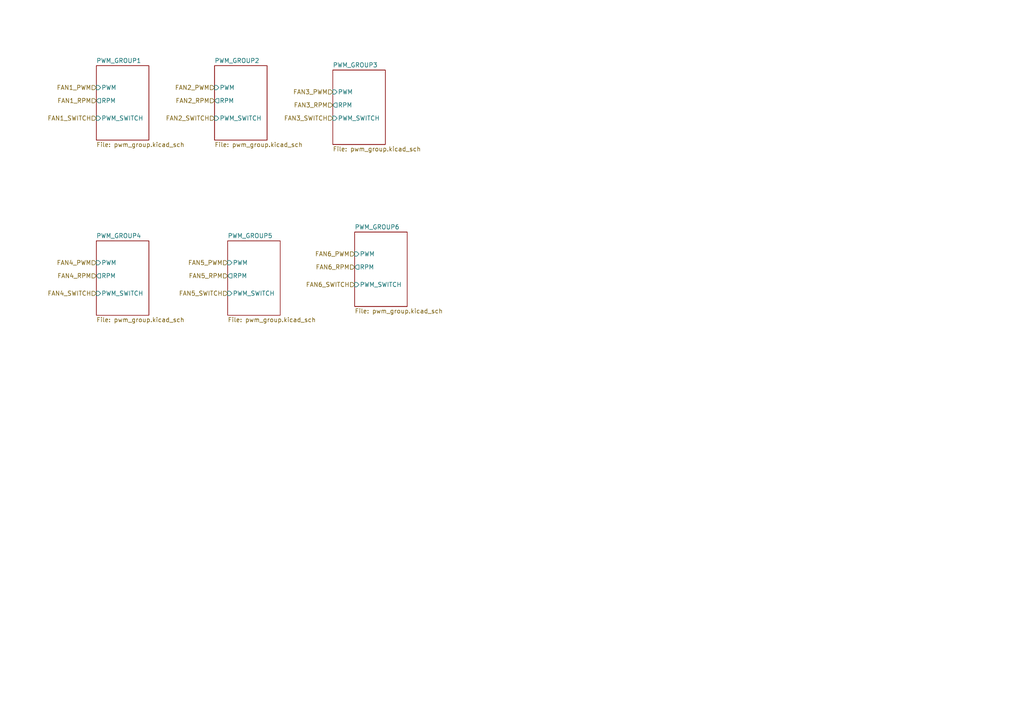
<source format=kicad_sch>
(kicad_sch (version 20211123) (generator eeschema)
  (paper "A4")
  (lib_symbols)
  (hierarchical_label "FAN5_PWM" (shape input) (at 66.04 76.2 180))
  (hierarchical_label "FAN2_SWITCH" (shape input) (at 62.23 34.29 180))
  (hierarchical_label "FAN1_PWM" (shape input) (at 27.94 25.4 180))
  (hierarchical_label "FAN4_PWM" (shape input) (at 27.94 76.2 180))
  (hierarchical_label "FAN1_SWITCH" (shape input) (at 27.94 34.29 180))
  (hierarchical_label "FAN6_SWITCH" (shape input) (at 102.87 82.55 180))
  (hierarchical_label "FAN3_PWM" (shape input) (at 96.52 26.67 180))
  (hierarchical_label "FAN5_RPM" (shape input) (at 66.04 80.01 180))
  (hierarchical_label "FAN3_RPM" (shape input) (at 96.52 30.48 180))
  (hierarchical_label "FAN3_SWITCH" (shape input) (at 96.52 34.29 180))
  (hierarchical_label "FAN6_PWM" (shape input) (at 102.87 73.66 180))
  (hierarchical_label "FAN6_RPM" (shape input) (at 102.87 77.47 180))
  (hierarchical_label "FAN2_PWM" (shape input) (at 62.23 25.4 180))
  (hierarchical_label "FAN1_RPM" (shape input) (at 27.94 29.21 180))
  (hierarchical_label "FAN4_RPM" (shape input) (at 27.94 80.01 180))
  (hierarchical_label "FAN2_RPM" (shape input) (at 62.23 29.21 180))
  (hierarchical_label "FAN5_SWITCH" (shape input) (at 66.04 85.09 180))
  (hierarchical_label "FAN4_SWITCH" (shape input) (at 27.94 85.09 180))
  (sheet (at 62.23 19.05) (size 15.24 21.59)
    (property "Sheet name" "PWM_GROUP2" (at 62.23 18.3384 0) (effects (justify left bottom)))
    (property "Sheet file" "pwm_group.kicad_sch" (at 62.23 41.2246 0) (effects (justify left top)))
    (pin "PWM" input (at 62.23 25.4 180))
    (pin "RPM" output (at 62.23 29.21 180))
    (pin "PWM_SWITCH" input (at 62.23 34.29 180))
  )
  (sheet (at 96.52 20.32) (size 15.24 21.59)
    (property "Sheet name" "PWM_GROUP3" (at 96.52 19.6084 0) (effects (justify left bottom)))
    (property "Sheet file" "pwm_group.kicad_sch" (at 96.52 42.4946 0) (effects (justify left top)))
    (pin "PWM" input (at 96.52 26.67 180))
    (pin "RPM" output (at 96.52 30.48 180))
    (pin "PWM_SWITCH" input (at 96.52 34.29 180))
  )
  (sheet (at 27.94 19.05) (size 15.24 21.59)
    (property "Sheet name" "PWM_GROUP1" (at 27.94 18.3384 0) (effects (justify left bottom)))
    (property "Sheet file" "pwm_group.kicad_sch" (at 27.94 41.2246 0) (effects (justify left top)))
    (pin "PWM" input (at 27.94 25.4 180))
    (pin "RPM" output (at 27.94 29.21 180))
    (pin "PWM_SWITCH" input (at 27.94 34.29 180))
  )
  (sheet (at 27.94 69.85) (size 15.24 21.59)
    (property "Sheet name" "PWM_GROUP4" (at 27.94 69.1384 0) (effects (justify left bottom)))
    (property "Sheet file" "pwm_group.kicad_sch" (at 27.94 92.0246 0) (effects (justify left top)))
    (pin "PWM" input (at 27.94 76.2 180))
    (pin "RPM" output (at 27.94 80.01 180))
    (pin "PWM_SWITCH" input (at 27.94 85.09 180))
  )
  (sheet (at 102.87 67.31) (size 15.24 21.59)
    (property "Sheet name" "PWM_GROUP6" (at 102.87 66.5984 0) (effects (justify left bottom)))
    (property "Sheet file" "pwm_group.kicad_sch" (at 102.87 89.4846 0) (effects (justify left top)))
    (pin "PWM" input (at 102.87 73.66 180))
    (pin "RPM" output (at 102.87 77.47 180))
    (pin "PWM_SWITCH" input (at 102.87 82.55 180))
  )
  (sheet (at 66.04 69.85) (size 15.24 21.59)
    (property "Sheet name" "PWM_GROUP5" (at 66.04 69.1384 0) (effects (justify left bottom)))
    (property "Sheet file" "pwm_group.kicad_sch" (at 66.04 92.0246 0) (effects (justify left top)))
    (pin "PWM" input (at 66.04 76.2 180))
    (pin "RPM" output (at 66.04 80.01 180))
    (pin "PWM_SWITCH" input (at 66.04 85.09 180))
  )
)
</source>
